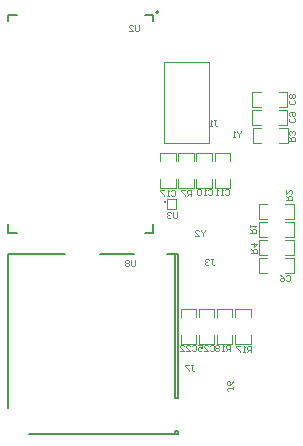
<source format=gbo>
%FSLAX25Y25*%
%MOIN*%
G70*
G01*
G75*
G04 Layer_Color=32896*
%ADD10R,0.03937X0.03740*%
%ADD11R,0.25984X0.25984*%
%ADD12O,0.00945X0.02362*%
%ADD13O,0.02362X0.00945*%
%ADD14R,0.02165X0.02362*%
%ADD15R,0.02362X0.02165*%
%ADD16R,0.03740X0.03937*%
%ADD17C,0.00984*%
%ADD18R,0.01772X0.05433*%
%ADD19R,0.09350X0.07480*%
%ADD20R,0.04606X0.07480*%
%ADD21R,0.05807X0.08268*%
%ADD22R,0.03150X0.00984*%
%ADD23R,0.00984X0.03150*%
%ADD24R,0.03937X0.02165*%
%ADD25R,0.04134X0.02362*%
%ADD26R,0.06693X0.06693*%
%ADD27O,0.03347X0.01102*%
%ADD28O,0.01102X0.03347*%
%ADD29R,0.03150X0.03740*%
%ADD30R,0.06299X0.07087*%
%ADD31R,0.01378X0.03937*%
%ADD32R,0.06299X0.03150*%
%ADD33C,0.01200*%
%ADD34C,0.00800*%
%ADD35C,0.01500*%
%ADD36C,0.02000*%
%ADD37C,0.01000*%
%ADD38C,0.01826*%
%ADD39R,0.04000X0.04100*%
%ADD40R,0.01300X0.04400*%
%ADD41R,0.04000X0.04200*%
%ADD42C,0.05906*%
%ADD43R,0.05906X0.05906*%
%ADD44C,0.02200*%
%ADD45C,0.04331*%
%ADD46C,0.05000*%
%ADD47C,0.04000*%
%ADD48R,0.06728X0.02402*%
%ADD49C,0.03098*%
%ADD50R,0.02362X0.03937*%
%ADD51R,0.03937X0.02362*%
%ADD52R,0.07500X0.05500*%
%ADD53R,0.07100X0.05500*%
%ADD54R,0.05500X0.07500*%
%ADD55R,0.03200X0.05900*%
%ADD56R,0.04724X0.04331*%
%ADD57R,0.05906X0.03150*%
%ADD58R,0.02402X0.06728*%
%ADD59C,0.01800*%
%ADD60C,0.01181*%
%ADD61C,0.01969*%
%ADD62R,0.02362X0.02362*%
%ADD63C,0.00394*%
%ADD64C,0.00591*%
%ADD65C,0.00787*%
%ADD66C,0.00315*%
%ADD67C,0.00400*%
%ADD68C,0.00600*%
%ADD69C,0.00700*%
%ADD70R,0.04737X0.04540*%
%ADD71R,0.26784X0.26784*%
%ADD72O,0.01745X0.03162*%
%ADD73O,0.03162X0.01745*%
%ADD74R,0.02965X0.03162*%
%ADD75R,0.03162X0.02965*%
%ADD76R,0.04540X0.04737*%
%ADD77C,0.01784*%
%ADD78R,0.10150X0.08280*%
%ADD79R,0.05406X0.08280*%
%ADD80R,0.06607X0.09068*%
%ADD81R,0.03950X0.01784*%
%ADD82R,0.01784X0.03950*%
%ADD83R,0.04737X0.02965*%
%ADD84R,0.04934X0.03162*%
%ADD85R,0.07493X0.07493*%
%ADD86O,0.04147X0.01902*%
%ADD87O,0.01902X0.04147*%
%ADD88R,0.03950X0.04540*%
%ADD89R,0.07099X0.07887*%
%ADD90R,0.02178X0.04737*%
%ADD91R,0.07099X0.03950*%
%ADD92C,0.06706*%
%ADD93R,0.06706X0.06706*%
%ADD94C,0.03000*%
%ADD95C,0.05131*%
%ADD96C,0.05800*%
%ADD97C,0.04800*%
%ADD98R,0.07528X0.03202*%
%ADD99C,0.03898*%
%ADD100R,0.02756X0.04331*%
%ADD101R,0.04331X0.02756*%
%ADD102R,0.08300X0.06300*%
%ADD103R,0.07900X0.06300*%
%ADD104R,0.06300X0.08300*%
%ADD105R,0.04000X0.06700*%
%ADD106R,0.05524X0.05131*%
%ADD107R,0.06706X0.03950*%
%ADD108R,0.03202X0.07528*%
D34*
X230000Y334925D02*
Y349900D01*
X285400Y302200D02*
X286400D01*
X285400Y290900D02*
X286400D01*
X260400Y349900D02*
X271900D01*
X285400Y290000D02*
Y290900D01*
X286400Y290000D02*
Y290900D01*
X236900Y290000D02*
X286400D01*
Y302200D02*
Y349900D01*
X282875D02*
X286400D01*
X230000D02*
X248900D01*
X230000Y298700D02*
Y334925D01*
X285400Y302200D02*
Y349900D01*
D60*
X282038Y367487D02*
D03*
D63*
X296780Y387200D02*
Y414200D01*
X281820Y387200D02*
Y414200D01*
Y387200D02*
X296780D01*
X281820Y414200D02*
X296780D01*
X322200Y360859D02*
X325027D01*
Y355741D02*
Y360859D01*
X322200Y355741D02*
X325027D01*
X313373Y360859D02*
X316200D01*
X313373Y355741D02*
Y360859D01*
Y355741D02*
X316200D01*
X293441Y329000D02*
Y331827D01*
X298559D01*
Y329000D02*
Y331827D01*
X293441Y320173D02*
Y323000D01*
Y320173D02*
X298559D01*
Y323000D01*
X322200Y348859D02*
X325027D01*
Y343741D02*
Y348859D01*
X322200Y343741D02*
X325027D01*
X313373Y348859D02*
X316200D01*
X313373Y343741D02*
Y348859D01*
Y343741D02*
X316200D01*
X313373Y349741D02*
X316200D01*
X313373D02*
Y354859D01*
X316200D01*
X322200Y349741D02*
X325027D01*
Y354859D01*
X322200D02*
X325027D01*
X322200Y366859D02*
X325027D01*
Y361741D02*
Y366859D01*
X322200Y361741D02*
X325027D01*
X313373Y366859D02*
X316200D01*
X313373Y361741D02*
Y366859D01*
Y361741D02*
X316200D01*
X286641Y380900D02*
Y383727D01*
X291759D01*
Y380900D02*
Y383727D01*
X286641Y372073D02*
Y374900D01*
Y372073D02*
X291759D01*
Y374900D01*
X285759Y372073D02*
Y374900D01*
X280641Y372073D02*
X285759D01*
X280641D02*
Y374900D01*
X285759Y380900D02*
Y383727D01*
X280641D02*
X285759D01*
X280641Y380900D02*
Y383727D01*
X320200Y392159D02*
X323027D01*
Y387041D02*
Y392159D01*
X320200Y387041D02*
X323027D01*
X311373Y392159D02*
X314200D01*
X311373Y387041D02*
Y392159D01*
Y387041D02*
X314200D01*
X297759Y372173D02*
Y375000D01*
X292641Y372173D02*
X297759D01*
X292641D02*
Y375000D01*
X297759Y381000D02*
Y383827D01*
X292641D02*
X297759D01*
X292641Y381000D02*
Y383827D01*
X303859Y372173D02*
Y375000D01*
X298741Y372173D02*
X303859D01*
X298741D02*
Y375000D01*
X303859Y381000D02*
Y383827D01*
X298741D02*
X303859D01*
X298741Y381000D02*
Y383827D01*
X311273Y399041D02*
X314100D01*
X311273D02*
Y404159D01*
X314100D01*
X320100Y399041D02*
X322927D01*
Y404159D01*
X320100D02*
X322927D01*
X311273Y393041D02*
X314100D01*
X311273D02*
Y398159D01*
X314100D01*
X320100Y393041D02*
X322927D01*
Y398159D01*
X320100D02*
X322927D01*
X292559Y320173D02*
Y323000D01*
X287441Y320173D02*
X292559D01*
X287441D02*
Y323000D01*
X292559Y329000D02*
Y331827D01*
X287441D02*
X292559D01*
X287441Y329000D02*
Y331827D01*
X299441Y329000D02*
Y331827D01*
X304559D01*
Y329000D02*
Y331827D01*
X299441Y320173D02*
Y323000D01*
Y320173D02*
X304559D01*
Y323000D01*
X310759Y320173D02*
Y323000D01*
X305641Y320173D02*
X310759D01*
X305641D02*
Y323000D01*
X310759Y329000D02*
Y331827D01*
X305641D02*
X310759D01*
X305641Y329000D02*
Y331827D01*
D64*
X229887Y427652D02*
Y429818D01*
X232742D01*
X229986Y356983D02*
Y359936D01*
Y356983D02*
X232840D01*
X278312Y356983D02*
Y359936D01*
X275458Y356983D02*
X278312D01*
X278312Y427652D02*
Y429818D01*
X275458D02*
X278312D01*
D65*
X279986Y430605D02*
G03*
X279986Y430605I-394J0D01*
G01*
D66*
X282865Y365165D02*
X285935D01*
X282865D02*
Y368235D01*
X285935D01*
Y365165D02*
Y368235D01*
D67*
X298667Y394799D02*
X299334D01*
X299000D01*
Y393133D01*
X299334Y392800D01*
X299667D01*
X300000Y393133D01*
X298001Y392800D02*
X297334D01*
X297667D01*
Y394799D01*
X298001Y394466D01*
X304999Y305733D02*
Y305066D01*
Y305400D01*
X303333D01*
X303000Y305066D01*
Y304733D01*
X303333Y304400D01*
X304999Y307732D02*
X304666Y307066D01*
X304000Y306399D01*
X303333D01*
X303000Y306733D01*
Y307399D01*
X303333Y307732D01*
X303666D01*
X304000Y307399D01*
Y306399D01*
X310800Y350300D02*
X312799D01*
Y351300D01*
X312466Y351633D01*
X311800D01*
X311466Y351300D01*
Y350300D01*
Y350966D02*
X310800Y351633D01*
Y353299D02*
X312799D01*
X311800Y352299D01*
Y353632D01*
X322467Y342766D02*
X322800Y343099D01*
X323467D01*
X323800Y342766D01*
Y341433D01*
X323467Y341100D01*
X322800D01*
X322467Y341433D01*
X320468Y343099D02*
X321134Y342766D01*
X321801Y342100D01*
Y341433D01*
X321467Y341100D01*
X320801D01*
X320468Y341433D01*
Y341766D01*
X320801Y342100D01*
X321801D01*
X325166Y401233D02*
X325499Y400900D01*
Y400233D01*
X325166Y399900D01*
X323833D01*
X323500Y400233D01*
Y400900D01*
X323833Y401233D01*
X325166Y401899D02*
X325499Y402233D01*
Y402899D01*
X325166Y403232D01*
X324833D01*
X324500Y402899D01*
X324166Y403232D01*
X323833D01*
X323500Y402899D01*
Y402233D01*
X323833Y401899D01*
X324166D01*
X324500Y402233D01*
X324833Y401899D01*
X325166D01*
X324500Y402233D02*
Y402899D01*
X325166Y395333D02*
X325499Y395000D01*
Y394333D01*
X325166Y394000D01*
X323833D01*
X323500Y394333D01*
Y395000D01*
X323833Y395333D01*
Y395999D02*
X323500Y396333D01*
Y396999D01*
X323833Y397332D01*
X325166D01*
X325499Y396999D01*
Y396333D01*
X325166Y395999D01*
X324833D01*
X324500Y396333D01*
Y397332D01*
X296367Y371266D02*
X296700Y371599D01*
X297367D01*
X297700Y371266D01*
Y369933D01*
X297367Y369600D01*
X296700D01*
X296367Y369933D01*
X295701Y369600D02*
X295034D01*
X295367D01*
Y371599D01*
X295701Y371266D01*
X294035D02*
X293701Y371599D01*
X293035D01*
X292702Y371266D01*
Y369933D01*
X293035Y369600D01*
X293701D01*
X294035Y369933D01*
Y371266D01*
X302167D02*
X302500Y371599D01*
X303167D01*
X303500Y371266D01*
Y369933D01*
X303167Y369600D01*
X302500D01*
X302167Y369933D01*
X301501Y369600D02*
X300834D01*
X301167D01*
Y371599D01*
X301501Y371266D01*
X299834Y369600D02*
X299168D01*
X299501D01*
Y371599D01*
X299834Y371266D01*
X284067Y371066D02*
X284400Y371399D01*
X285067D01*
X285400Y371066D01*
Y369733D01*
X285067Y369400D01*
X284400D01*
X284067Y369733D01*
X283401Y369400D02*
X282734D01*
X283067D01*
Y371399D01*
X283401Y371066D01*
X281734Y371399D02*
X280402D01*
Y371066D01*
X281734Y369733D01*
Y369400D01*
X291267Y319266D02*
X291600Y319599D01*
X292267D01*
X292600Y319266D01*
Y317933D01*
X292267Y317600D01*
X291600D01*
X291267Y317933D01*
X289268Y317600D02*
X290601D01*
X289268Y318933D01*
Y319266D01*
X289601Y319599D01*
X290267D01*
X290601Y319266D01*
X287268Y317600D02*
X288601D01*
X287268Y318933D01*
Y319266D01*
X287602Y319599D01*
X288268D01*
X288601Y319266D01*
X297267D02*
X297600Y319599D01*
X298267D01*
X298600Y319266D01*
Y317933D01*
X298267Y317600D01*
X297600D01*
X297267Y317933D01*
X295268Y317600D02*
X296601D01*
X295268Y318933D01*
Y319266D01*
X295601Y319599D01*
X296267D01*
X296601Y319266D01*
X293268Y319599D02*
X294601D01*
Y318600D01*
X293935Y318933D01*
X293602D01*
X293268Y318600D01*
Y317933D01*
X293602Y317600D01*
X294268D01*
X294601Y317933D01*
X310500Y357200D02*
X312499D01*
Y358200D01*
X312166Y358533D01*
X311500D01*
X311166Y358200D01*
Y357200D01*
Y357866D02*
X310500Y358533D01*
Y359199D02*
Y359866D01*
Y359533D01*
X312499D01*
X312166Y359199D01*
X322600Y367900D02*
X324599D01*
Y368900D01*
X324266Y369233D01*
X323600D01*
X323266Y368900D01*
Y367900D01*
Y368566D02*
X322600Y369233D01*
Y371232D02*
Y369899D01*
X323933Y371232D01*
X324266D01*
X324599Y370899D01*
Y370233D01*
X324266Y369899D01*
X323500Y387700D02*
X325499D01*
Y388700D01*
X325166Y389033D01*
X324500D01*
X324166Y388700D01*
Y387700D01*
Y388366D02*
X323500Y389033D01*
X325166Y389699D02*
X325499Y390033D01*
Y390699D01*
X325166Y391032D01*
X324833D01*
X324500Y390699D01*
Y390366D01*
Y390699D01*
X324166Y391032D01*
X323833D01*
X323500Y390699D01*
Y390033D01*
X323833Y389699D01*
X291000Y369400D02*
Y371399D01*
X290000D01*
X289667Y371066D01*
Y370400D01*
X290000Y370066D01*
X291000D01*
X290334D02*
X289667Y369400D01*
X289001Y371399D02*
X287668D01*
Y371066D01*
X289001Y369733D01*
Y369400D01*
X310900Y317500D02*
Y319499D01*
X309900D01*
X309567Y319166D01*
Y318500D01*
X309900Y318166D01*
X310900D01*
X310234D02*
X309567Y317500D01*
X308901D02*
X308234D01*
X308567D01*
Y319499D01*
X308901Y319166D01*
X307235Y319499D02*
X305902D01*
Y319166D01*
X307235Y317833D01*
Y317500D01*
X304000Y317600D02*
Y319599D01*
X303000D01*
X302667Y319266D01*
Y318600D01*
X303000Y318266D01*
X304000D01*
X303334D02*
X302667Y317600D01*
X302001D02*
X301334D01*
X301667D01*
Y319599D01*
X302001Y319266D01*
X300335D02*
X300001Y319599D01*
X299335D01*
X299002Y319266D01*
Y318933D01*
X299335Y318600D01*
X299002Y318266D01*
Y317933D01*
X299335Y317600D01*
X300001D01*
X300335Y317933D01*
Y318266D01*
X300001Y318600D01*
X300335Y318933D01*
Y319266D01*
X300001Y318600D02*
X299335D01*
X297467Y348399D02*
X298134D01*
X297800D01*
Y346733D01*
X298134Y346400D01*
X298467D01*
X298800Y346733D01*
X296801Y348066D02*
X296467Y348399D01*
X295801D01*
X295468Y348066D01*
Y347733D01*
X295801Y347400D01*
X296134D01*
X295801D01*
X295468Y347066D01*
Y346733D01*
X295801Y346400D01*
X296467D01*
X296801Y346733D01*
X273600Y426299D02*
Y424633D01*
X273267Y424300D01*
X272600D01*
X272267Y424633D01*
Y426299D01*
X270268Y424300D02*
X271601D01*
X270268Y425633D01*
Y425966D01*
X270601Y426299D01*
X271267D01*
X271601Y425966D01*
X286100Y364099D02*
Y362433D01*
X285767Y362100D01*
X285100D01*
X284767Y362433D01*
Y364099D01*
X284101Y363766D02*
X283767Y364099D01*
X283101D01*
X282768Y363766D01*
Y363433D01*
X283101Y363100D01*
X283434D01*
X283101D01*
X282768Y362766D01*
Y362433D01*
X283101Y362100D01*
X283767D01*
X284101Y362433D01*
X272300Y348199D02*
Y346533D01*
X271967Y346200D01*
X271300D01*
X270967Y346533D01*
Y348199D01*
X270301Y347866D02*
X269967Y348199D01*
X269301D01*
X268968Y347866D01*
Y347533D01*
X269301Y347200D01*
X268968Y346866D01*
Y346533D01*
X269301Y346200D01*
X269967D01*
X270301Y346533D01*
Y346866D01*
X269967Y347200D01*
X270301Y347533D01*
Y347866D01*
X269967Y347200D02*
X269301D01*
X295400Y358199D02*
Y357866D01*
X294734Y357200D01*
X294067Y357866D01*
Y358199D01*
X294734Y357200D02*
Y356200D01*
X292068D02*
X293401D01*
X292068Y357533D01*
Y357866D01*
X292401Y358199D01*
X293067D01*
X293401Y357866D01*
X307600Y391099D02*
Y390766D01*
X306934Y390100D01*
X306267Y390766D01*
Y391099D01*
X306934Y390100D02*
Y389100D01*
X305601D02*
X304934D01*
X305267D01*
Y391099D01*
X305601Y390766D01*
X290867Y313199D02*
X291534D01*
X291200D01*
Y311533D01*
X291534Y311200D01*
X291867D01*
X292200Y311533D01*
X290201Y313199D02*
X288868D01*
Y312866D01*
X290201Y311533D01*
Y311200D01*
M02*

</source>
